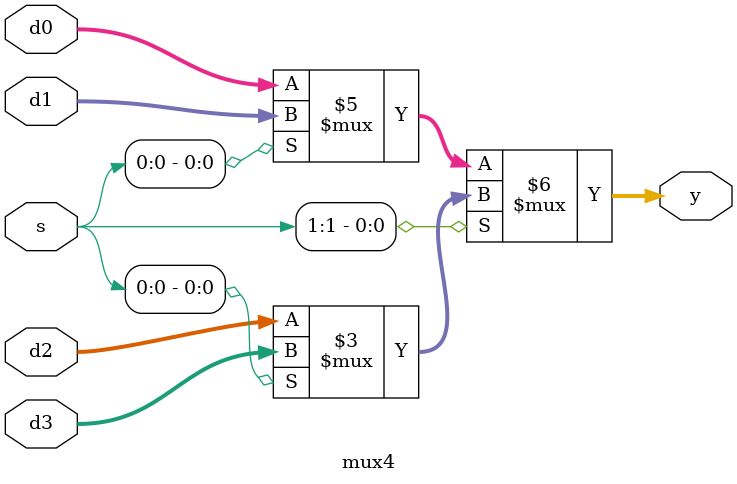
<source format=v>
`timescale 1ns / 1ps
module mux2 (d0, d1, s, y);//¶þÑ¡Ò»Ñ¡ÔñÆ÷
input [31:0] d0, d1;
input s;
output [31:0] y;
assign y = ( s == 1'b1 ) ? d1:d0;
endmodule
    //mux4
    module mux4 (d0, d1, d2, d3, s, y);//ËÄÑ¡Ò»Ñ¡ÔñÆ÷
input [31:0] d0, d1,d2,d3;
input [1:0] s;
output [31:0] y;
//s[][]-d,11-3,10-2,01-1,00-0
assign y = ( s[1] == 1'b1 ) ?
       ((s[0] == 1'b1) ? d3:d2):
       ((s[0] == 1'b1) ? d1:d0);
endmodule
</source>
